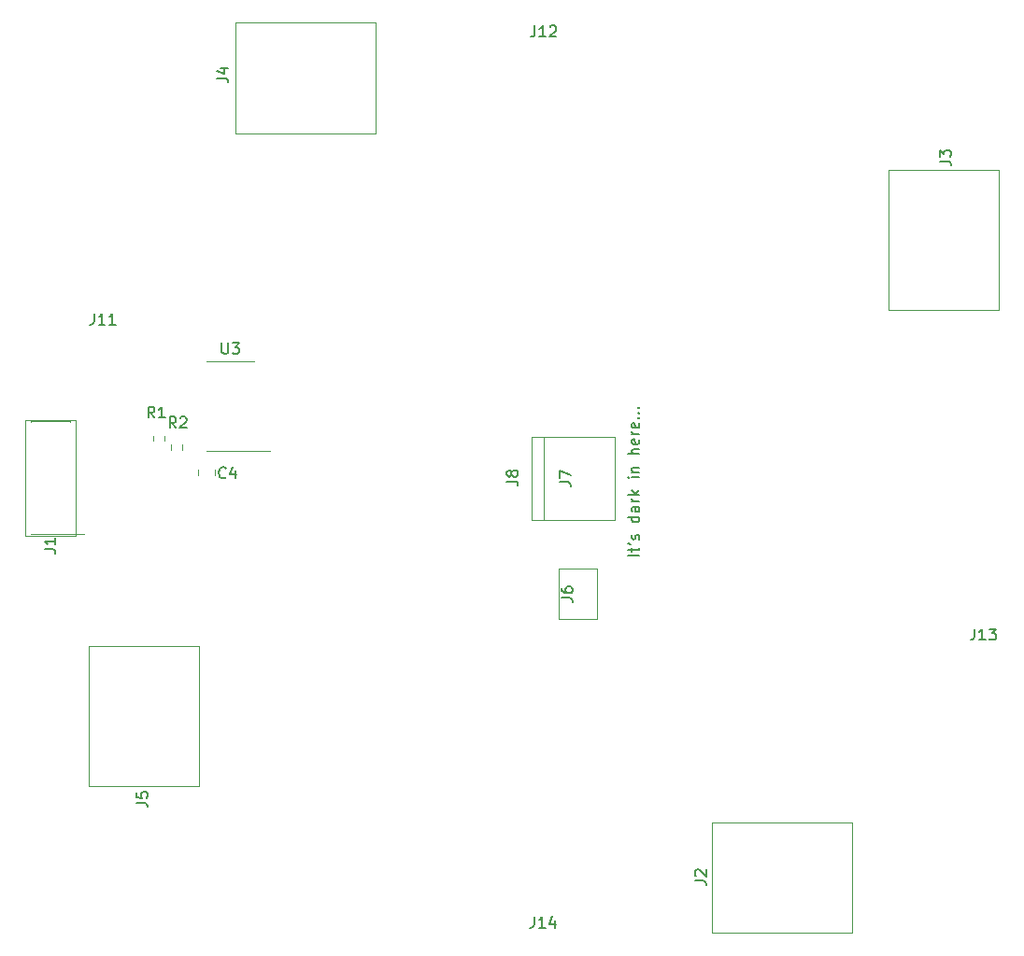
<source format=gbr>
%TF.GenerationSoftware,KiCad,Pcbnew,(5.1.10)-1*%
%TF.CreationDate,2022-11-13T15:12:26-08:00*%
%TF.ProjectId,-ZFace,2d5a4661-6365-42e6-9b69-6361645f7063,1.0*%
%TF.SameCoordinates,Original*%
%TF.FileFunction,Legend,Top*%
%TF.FilePolarity,Positive*%
%FSLAX46Y46*%
G04 Gerber Fmt 4.6, Leading zero omitted, Abs format (unit mm)*
G04 Created by KiCad (PCBNEW (5.1.10)-1) date 2022-11-13 15:12:26*
%MOMM*%
%LPD*%
G01*
G04 APERTURE LIST*
%ADD10C,0.150000*%
%ADD11C,0.120000*%
G04 APERTURE END LIST*
D10*
X169152380Y-89064285D02*
X168152380Y-89064285D01*
X168485714Y-88730952D02*
X168485714Y-88350000D01*
X168152380Y-88588095D02*
X169009523Y-88588095D01*
X169104761Y-88540476D01*
X169152380Y-88445238D01*
X169152380Y-88350000D01*
X168152380Y-87969047D02*
X168342857Y-88064285D01*
X169104761Y-87588095D02*
X169152380Y-87492857D01*
X169152380Y-87302380D01*
X169104761Y-87207142D01*
X169009523Y-87159523D01*
X168961904Y-87159523D01*
X168866666Y-87207142D01*
X168819047Y-87302380D01*
X168819047Y-87445238D01*
X168771428Y-87540476D01*
X168676190Y-87588095D01*
X168628571Y-87588095D01*
X168533333Y-87540476D01*
X168485714Y-87445238D01*
X168485714Y-87302380D01*
X168533333Y-87207142D01*
X169152380Y-85540476D02*
X168152380Y-85540476D01*
X169104761Y-85540476D02*
X169152380Y-85635714D01*
X169152380Y-85826190D01*
X169104761Y-85921428D01*
X169057142Y-85969047D01*
X168961904Y-86016666D01*
X168676190Y-86016666D01*
X168580952Y-85969047D01*
X168533333Y-85921428D01*
X168485714Y-85826190D01*
X168485714Y-85635714D01*
X168533333Y-85540476D01*
X169152380Y-84635714D02*
X168628571Y-84635714D01*
X168533333Y-84683333D01*
X168485714Y-84778571D01*
X168485714Y-84969047D01*
X168533333Y-85064285D01*
X169104761Y-84635714D02*
X169152380Y-84730952D01*
X169152380Y-84969047D01*
X169104761Y-85064285D01*
X169009523Y-85111904D01*
X168914285Y-85111904D01*
X168819047Y-85064285D01*
X168771428Y-84969047D01*
X168771428Y-84730952D01*
X168723809Y-84635714D01*
X169152380Y-84159523D02*
X168485714Y-84159523D01*
X168676190Y-84159523D02*
X168580952Y-84111904D01*
X168533333Y-84064285D01*
X168485714Y-83969047D01*
X168485714Y-83873809D01*
X169152380Y-83540476D02*
X168152380Y-83540476D01*
X168771428Y-83445238D02*
X169152380Y-83159523D01*
X168485714Y-83159523D02*
X168866666Y-83540476D01*
X169152380Y-81969047D02*
X168485714Y-81969047D01*
X168152380Y-81969047D02*
X168200000Y-82016666D01*
X168247619Y-81969047D01*
X168200000Y-81921428D01*
X168152380Y-81969047D01*
X168247619Y-81969047D01*
X168485714Y-81492857D02*
X169152380Y-81492857D01*
X168580952Y-81492857D02*
X168533333Y-81445238D01*
X168485714Y-81350000D01*
X168485714Y-81207142D01*
X168533333Y-81111904D01*
X168628571Y-81064285D01*
X169152380Y-81064285D01*
X169152380Y-79826190D02*
X168152380Y-79826190D01*
X169152380Y-79397619D02*
X168628571Y-79397619D01*
X168533333Y-79445238D01*
X168485714Y-79540476D01*
X168485714Y-79683333D01*
X168533333Y-79778571D01*
X168580952Y-79826190D01*
X169104761Y-78540476D02*
X169152380Y-78635714D01*
X169152380Y-78826190D01*
X169104761Y-78921428D01*
X169009523Y-78969047D01*
X168628571Y-78969047D01*
X168533333Y-78921428D01*
X168485714Y-78826190D01*
X168485714Y-78635714D01*
X168533333Y-78540476D01*
X168628571Y-78492857D01*
X168723809Y-78492857D01*
X168819047Y-78969047D01*
X169152380Y-78064285D02*
X168485714Y-78064285D01*
X168676190Y-78064285D02*
X168580952Y-78016666D01*
X168533333Y-77969047D01*
X168485714Y-77873809D01*
X168485714Y-77778571D01*
X169104761Y-77064285D02*
X169152380Y-77159523D01*
X169152380Y-77350000D01*
X169104761Y-77445238D01*
X169009523Y-77492857D01*
X168628571Y-77492857D01*
X168533333Y-77445238D01*
X168485714Y-77350000D01*
X168485714Y-77159523D01*
X168533333Y-77064285D01*
X168628571Y-77016666D01*
X168723809Y-77016666D01*
X168819047Y-77492857D01*
X169057142Y-76588095D02*
X169104761Y-76540476D01*
X169152380Y-76588095D01*
X169104761Y-76635714D01*
X169057142Y-76588095D01*
X169152380Y-76588095D01*
X169057142Y-76111904D02*
X169104761Y-76064285D01*
X169152380Y-76111904D01*
X169104761Y-76159523D01*
X169057142Y-76111904D01*
X169152380Y-76111904D01*
X169057142Y-75635714D02*
X169104761Y-75588095D01*
X169152380Y-75635714D01*
X169104761Y-75683333D01*
X169057142Y-75635714D01*
X169152380Y-75635714D01*
D11*
X188450000Y-113250000D02*
X175750000Y-113250000D01*
X188450000Y-123250000D02*
X188450000Y-113250000D01*
X175750000Y-123250000D02*
X188450000Y-123250000D01*
X175750000Y-113250000D02*
X175750000Y-123250000D01*
X129250000Y-97250000D02*
X119250000Y-97250000D01*
X129250000Y-109950000D02*
X129250000Y-97250000D01*
X119250000Y-109950000D02*
X129250000Y-109950000D01*
X119250000Y-97250000D02*
X119250000Y-109950000D01*
X113500000Y-76750000D02*
X113500000Y-87300000D01*
X118050000Y-76750000D02*
X113500000Y-76750000D01*
X118050000Y-87300000D02*
X118050000Y-76750000D01*
X113500000Y-87300000D02*
X118050000Y-87300000D01*
X145250000Y-40750000D02*
X132550000Y-40750000D01*
X145250000Y-50750000D02*
X145250000Y-40750000D01*
X132550000Y-50750000D02*
X145250000Y-50750000D01*
X132550000Y-40750000D02*
X132550000Y-50750000D01*
X191750000Y-54050000D02*
X191750000Y-66750000D01*
X201750000Y-54050000D02*
X191750000Y-54050000D01*
X201750000Y-66750000D02*
X201750000Y-54050000D01*
X191750000Y-66750000D02*
X201750000Y-66750000D01*
%TO.C,J7*%
X166900000Y-85800000D02*
X166600000Y-85800000D01*
X166900000Y-78300000D02*
X166600000Y-78300000D01*
X160500000Y-85800000D02*
X160500000Y-78300000D01*
X166600000Y-85800000D02*
X159400000Y-85800000D01*
X166900000Y-78300000D02*
X166900000Y-85800000D01*
X159400000Y-78300000D02*
X166600000Y-78300000D01*
X159400000Y-85800000D02*
X159400000Y-78300000D01*
%TO.C,J6*%
X161850000Y-94850000D02*
X161850000Y-90250000D01*
X165350000Y-94850000D02*
X161850000Y-94850000D01*
X165350000Y-90250000D02*
X165350000Y-94850000D01*
X161850000Y-90250000D02*
X165350000Y-90250000D01*
%TO.C,J1*%
X117565000Y-87140000D02*
X114035000Y-87140000D01*
X117565000Y-76860000D02*
X114035000Y-76860000D01*
X118890000Y-87075000D02*
X117565000Y-87075000D01*
X117565000Y-87140000D02*
X117565000Y-87075000D01*
X114035000Y-87140000D02*
X114035000Y-87075000D01*
X117565000Y-76925000D02*
X117565000Y-76860000D01*
X114035000Y-76925000D02*
X114035000Y-76860000D01*
%TO.C,U3*%
X132100000Y-71465000D02*
X129900000Y-71465000D01*
X132100000Y-71465000D02*
X134300000Y-71465000D01*
X132100000Y-79535000D02*
X129900000Y-79535000D01*
X132100000Y-79535000D02*
X135700000Y-79535000D01*
%TO.C,R2*%
X126727500Y-79487258D02*
X126727500Y-79012742D01*
X127772500Y-79487258D02*
X127772500Y-79012742D01*
%TO.C,R1*%
X125127500Y-78662258D02*
X125127500Y-78187742D01*
X126172500Y-78662258D02*
X126172500Y-78187742D01*
%TO.C,C4*%
X130685000Y-81288748D02*
X130685000Y-81811252D01*
X129215000Y-81288748D02*
X129215000Y-81811252D01*
%TO.C,J8*%
D10*
X157152380Y-82333333D02*
X157866666Y-82333333D01*
X158009523Y-82380952D01*
X158104761Y-82476190D01*
X158152380Y-82619047D01*
X158152380Y-82714285D01*
X157580952Y-81714285D02*
X157533333Y-81809523D01*
X157485714Y-81857142D01*
X157390476Y-81904761D01*
X157342857Y-81904761D01*
X157247619Y-81857142D01*
X157200000Y-81809523D01*
X157152380Y-81714285D01*
X157152380Y-81523809D01*
X157200000Y-81428571D01*
X157247619Y-81380952D01*
X157342857Y-81333333D01*
X157390476Y-81333333D01*
X157485714Y-81380952D01*
X157533333Y-81428571D01*
X157580952Y-81523809D01*
X157580952Y-81714285D01*
X157628571Y-81809523D01*
X157676190Y-81857142D01*
X157771428Y-81904761D01*
X157961904Y-81904761D01*
X158057142Y-81857142D01*
X158104761Y-81809523D01*
X158152380Y-81714285D01*
X158152380Y-81523809D01*
X158104761Y-81428571D01*
X158057142Y-81380952D01*
X157961904Y-81333333D01*
X157771428Y-81333333D01*
X157676190Y-81380952D01*
X157628571Y-81428571D01*
X157580952Y-81523809D01*
%TO.C,J7*%
X161952380Y-82383333D02*
X162666666Y-82383333D01*
X162809523Y-82430952D01*
X162904761Y-82526190D01*
X162952380Y-82669047D01*
X162952380Y-82764285D01*
X161952380Y-82002380D02*
X161952380Y-81335714D01*
X162952380Y-81764285D01*
%TO.C,J6*%
X162102380Y-92883333D02*
X162816666Y-92883333D01*
X162959523Y-92930952D01*
X163054761Y-93026190D01*
X163102380Y-93169047D01*
X163102380Y-93264285D01*
X162102380Y-91978571D02*
X162102380Y-92169047D01*
X162150000Y-92264285D01*
X162197619Y-92311904D01*
X162340476Y-92407142D01*
X162530952Y-92454761D01*
X162911904Y-92454761D01*
X163007142Y-92407142D01*
X163054761Y-92359523D01*
X163102380Y-92264285D01*
X163102380Y-92073809D01*
X163054761Y-91978571D01*
X163007142Y-91930952D01*
X162911904Y-91883333D01*
X162673809Y-91883333D01*
X162578571Y-91930952D01*
X162530952Y-91978571D01*
X162483333Y-92073809D01*
X162483333Y-92264285D01*
X162530952Y-92359523D01*
X162578571Y-92407142D01*
X162673809Y-92454761D01*
%TO.C,J1*%
X115252380Y-88473333D02*
X115966666Y-88473333D01*
X116109523Y-88520952D01*
X116204761Y-88616190D01*
X116252380Y-88759047D01*
X116252380Y-88854285D01*
X116252380Y-87473333D02*
X116252380Y-88044761D01*
X116252380Y-87759047D02*
X115252380Y-87759047D01*
X115395238Y-87854285D01*
X115490476Y-87949523D01*
X115538095Y-88044761D01*
%TO.C,J13*%
X199540476Y-95702380D02*
X199540476Y-96416666D01*
X199492857Y-96559523D01*
X199397619Y-96654761D01*
X199254761Y-96702380D01*
X199159523Y-96702380D01*
X200540476Y-96702380D02*
X199969047Y-96702380D01*
X200254761Y-96702380D02*
X200254761Y-95702380D01*
X200159523Y-95845238D01*
X200064285Y-95940476D01*
X199969047Y-95988095D01*
X200873809Y-95702380D02*
X201492857Y-95702380D01*
X201159523Y-96083333D01*
X201302380Y-96083333D01*
X201397619Y-96130952D01*
X201445238Y-96178571D01*
X201492857Y-96273809D01*
X201492857Y-96511904D01*
X201445238Y-96607142D01*
X201397619Y-96654761D01*
X201302380Y-96702380D01*
X201016666Y-96702380D01*
X200921428Y-96654761D01*
X200873809Y-96607142D01*
%TO.C,J12*%
X159690476Y-41002380D02*
X159690476Y-41716666D01*
X159642857Y-41859523D01*
X159547619Y-41954761D01*
X159404761Y-42002380D01*
X159309523Y-42002380D01*
X160690476Y-42002380D02*
X160119047Y-42002380D01*
X160404761Y-42002380D02*
X160404761Y-41002380D01*
X160309523Y-41145238D01*
X160214285Y-41240476D01*
X160119047Y-41288095D01*
X161071428Y-41097619D02*
X161119047Y-41050000D01*
X161214285Y-41002380D01*
X161452380Y-41002380D01*
X161547619Y-41050000D01*
X161595238Y-41097619D01*
X161642857Y-41192857D01*
X161642857Y-41288095D01*
X161595238Y-41430952D01*
X161023809Y-42002380D01*
X161642857Y-42002380D01*
%TO.C,J11*%
X119740476Y-67102380D02*
X119740476Y-67816666D01*
X119692857Y-67959523D01*
X119597619Y-68054761D01*
X119454761Y-68102380D01*
X119359523Y-68102380D01*
X120740476Y-68102380D02*
X120169047Y-68102380D01*
X120454761Y-68102380D02*
X120454761Y-67102380D01*
X120359523Y-67245238D01*
X120264285Y-67340476D01*
X120169047Y-67388095D01*
X121692857Y-68102380D02*
X121121428Y-68102380D01*
X121407142Y-68102380D02*
X121407142Y-67102380D01*
X121311904Y-67245238D01*
X121216666Y-67340476D01*
X121121428Y-67388095D01*
%TO.C,J14*%
X159640476Y-121802380D02*
X159640476Y-122516666D01*
X159592857Y-122659523D01*
X159497619Y-122754761D01*
X159354761Y-122802380D01*
X159259523Y-122802380D01*
X160640476Y-122802380D02*
X160069047Y-122802380D01*
X160354761Y-122802380D02*
X160354761Y-121802380D01*
X160259523Y-121945238D01*
X160164285Y-122040476D01*
X160069047Y-122088095D01*
X161497619Y-122135714D02*
X161497619Y-122802380D01*
X161259523Y-121754761D02*
X161021428Y-122469047D01*
X161640476Y-122469047D01*
%TO.C,U3*%
X131338095Y-69752380D02*
X131338095Y-70561904D01*
X131385714Y-70657142D01*
X131433333Y-70704761D01*
X131528571Y-70752380D01*
X131719047Y-70752380D01*
X131814285Y-70704761D01*
X131861904Y-70657142D01*
X131909523Y-70561904D01*
X131909523Y-69752380D01*
X132290476Y-69752380D02*
X132909523Y-69752380D01*
X132576190Y-70133333D01*
X132719047Y-70133333D01*
X132814285Y-70180952D01*
X132861904Y-70228571D01*
X132909523Y-70323809D01*
X132909523Y-70561904D01*
X132861904Y-70657142D01*
X132814285Y-70704761D01*
X132719047Y-70752380D01*
X132433333Y-70752380D01*
X132338095Y-70704761D01*
X132290476Y-70657142D01*
%TO.C,R2*%
X127183333Y-77477380D02*
X126850000Y-77001190D01*
X126611904Y-77477380D02*
X126611904Y-76477380D01*
X126992857Y-76477380D01*
X127088095Y-76525000D01*
X127135714Y-76572619D01*
X127183333Y-76667857D01*
X127183333Y-76810714D01*
X127135714Y-76905952D01*
X127088095Y-76953571D01*
X126992857Y-77001190D01*
X126611904Y-77001190D01*
X127564285Y-76572619D02*
X127611904Y-76525000D01*
X127707142Y-76477380D01*
X127945238Y-76477380D01*
X128040476Y-76525000D01*
X128088095Y-76572619D01*
X128135714Y-76667857D01*
X128135714Y-76763095D01*
X128088095Y-76905952D01*
X127516666Y-77477380D01*
X128135714Y-77477380D01*
%TO.C,R1*%
X125233333Y-76552380D02*
X124900000Y-76076190D01*
X124661904Y-76552380D02*
X124661904Y-75552380D01*
X125042857Y-75552380D01*
X125138095Y-75600000D01*
X125185714Y-75647619D01*
X125233333Y-75742857D01*
X125233333Y-75885714D01*
X125185714Y-75980952D01*
X125138095Y-76028571D01*
X125042857Y-76076190D01*
X124661904Y-76076190D01*
X126185714Y-76552380D02*
X125614285Y-76552380D01*
X125900000Y-76552380D02*
X125900000Y-75552380D01*
X125804761Y-75695238D01*
X125709523Y-75790476D01*
X125614285Y-75838095D01*
%TO.C,J5*%
X123602380Y-111483333D02*
X124316666Y-111483333D01*
X124459523Y-111530952D01*
X124554761Y-111626190D01*
X124602380Y-111769047D01*
X124602380Y-111864285D01*
X123602380Y-110530952D02*
X123602380Y-111007142D01*
X124078571Y-111054761D01*
X124030952Y-111007142D01*
X123983333Y-110911904D01*
X123983333Y-110673809D01*
X124030952Y-110578571D01*
X124078571Y-110530952D01*
X124173809Y-110483333D01*
X124411904Y-110483333D01*
X124507142Y-110530952D01*
X124554761Y-110578571D01*
X124602380Y-110673809D01*
X124602380Y-110911904D01*
X124554761Y-111007142D01*
X124507142Y-111054761D01*
%TO.C,J4*%
X130902380Y-45783333D02*
X131616666Y-45783333D01*
X131759523Y-45830952D01*
X131854761Y-45926190D01*
X131902380Y-46069047D01*
X131902380Y-46164285D01*
X131235714Y-44878571D02*
X131902380Y-44878571D01*
X130854761Y-45116666D02*
X131569047Y-45354761D01*
X131569047Y-44735714D01*
%TO.C,J3*%
X196402380Y-53283333D02*
X197116666Y-53283333D01*
X197259523Y-53330952D01*
X197354761Y-53426190D01*
X197402380Y-53569047D01*
X197402380Y-53664285D01*
X196402380Y-52902380D02*
X196402380Y-52283333D01*
X196783333Y-52616666D01*
X196783333Y-52473809D01*
X196830952Y-52378571D01*
X196878571Y-52330952D01*
X196973809Y-52283333D01*
X197211904Y-52283333D01*
X197307142Y-52330952D01*
X197354761Y-52378571D01*
X197402380Y-52473809D01*
X197402380Y-52759523D01*
X197354761Y-52854761D01*
X197307142Y-52902380D01*
%TO.C,J2*%
X174202380Y-118533333D02*
X174916666Y-118533333D01*
X175059523Y-118580952D01*
X175154761Y-118676190D01*
X175202380Y-118819047D01*
X175202380Y-118914285D01*
X174297619Y-118104761D02*
X174250000Y-118057142D01*
X174202380Y-117961904D01*
X174202380Y-117723809D01*
X174250000Y-117628571D01*
X174297619Y-117580952D01*
X174392857Y-117533333D01*
X174488095Y-117533333D01*
X174630952Y-117580952D01*
X175202380Y-118152380D01*
X175202380Y-117533333D01*
%TO.C,C4*%
X131683333Y-81957142D02*
X131635714Y-82004761D01*
X131492857Y-82052380D01*
X131397619Y-82052380D01*
X131254761Y-82004761D01*
X131159523Y-81909523D01*
X131111904Y-81814285D01*
X131064285Y-81623809D01*
X131064285Y-81480952D01*
X131111904Y-81290476D01*
X131159523Y-81195238D01*
X131254761Y-81100000D01*
X131397619Y-81052380D01*
X131492857Y-81052380D01*
X131635714Y-81100000D01*
X131683333Y-81147619D01*
X132540476Y-81385714D02*
X132540476Y-82052380D01*
X132302380Y-81004761D02*
X132064285Y-81719047D01*
X132683333Y-81719047D01*
%TD*%
M02*

</source>
